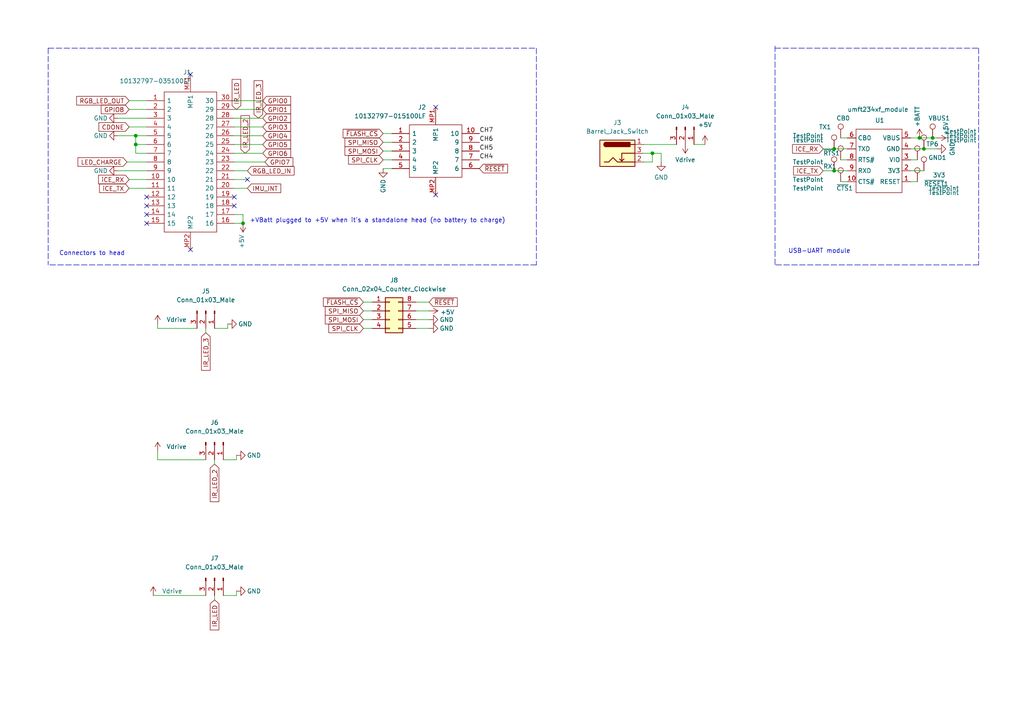
<source format=kicad_sch>
(kicad_sch (version 20211123) (generator eeschema)
  (paper "A4")
  (lib_symbols
    (symbol "10132797-015100LF:10132797-015100LF" (pin_names (offset 0.762))
      (property "Reference" "J" (at 21.59 12.7 0))
      (property "Value" "10132797-015100LF" (at 21.59 10.16 0))
      (symbol "10132797-015100LF_0_0"
        (pin passive line (at 17.78 12.7 270) (length 5.08) (name "1") (number "1"))
        (pin passive line (at 17.78 -12.7 90) (length 5.08) (name "10") (number "10"))
        (pin passive line (at 15.24 12.7 270) (length 5.08) (name "2") (number "2"))
        (pin passive line (at 12.7 12.7 270) (length 5.08) (name "3") (number "3"))
        (pin passive line (at 10.16 12.7 270) (length 5.08) (name "4") (number "4"))
        (pin passive line (at 7.62 12.7 270) (length 5.08) (name "5") (number "5"))
        (pin passive line (at 7.62 -12.7 90) (length 5.08) (name "6") (number "6"))
        (pin passive line (at 10.16 -12.7 90) (length 5.08) (name "7") (number "7"))
        (pin passive line (at 12.7 -12.7 90) (length 5.08) (name "8") (number "8"))
        (pin passive line (at 15.24 -12.7 90) (length 5.08) (name "9") (number "9"))
        (pin passive line (at 25.4 0 180) (length 5.08) (name "MP1") (number "MP1"))
        (pin passive line (at 0 0 0) (length 5.08) (name "MP2") (number "MP2"))
      )
      (symbol "10132797-015100LF_0_1"
        (polyline (pts (xy 5.08 7.62) (xy 20.32 7.62) (xy 20.32 -7.62) (xy 5.08 -7.62) (xy 5.08 7.62)) (stroke (width 0.1524)))
      )
    )
    (symbol "10132797-035100LF:10132797-035100LF" (pin_names (offset 0.762))
      (property "Reference" "J" (at 46.99 12.7 0))
      (property "Value" "10132797-035100LF" (at 46.99 10.16 0))
      (symbol "10132797-035100LF_0_0"
        (pin passive line (at 7.62 -12.7 90) (length 5.08) (name "1") (number "1"))
        (pin passive line (at 30.48 -12.7 90) (length 5.08) (name "10") (number "10"))
        (pin passive line (at 33.02 -12.7 90) (length 5.08) (name "11") (number "11"))
        (pin passive line (at 35.56 -12.7 90) (length 5.08) (name "12") (number "12"))
        (pin passive line (at 38.1 -12.7 90) (length 5.08) (name "13") (number "13"))
        (pin passive line (at 40.64 -12.7 90) (length 5.08) (name "14") (number "14"))
        (pin passive line (at 43.18 -12.7 90) (length 5.08) (name "15") (number "15"))
        (pin passive line (at 43.18 12.7 270) (length 5.08) (name "16") (number "16"))
        (pin passive line (at 40.64 12.7 270) (length 5.08) (name "17") (number "17"))
        (pin passive line (at 38.1 12.7 270) (length 5.08) (name "18") (number "18"))
        (pin passive line (at 35.56 12.7 270) (length 5.08) (name "19") (number "19"))
        (pin passive line (at 10.16 -12.7 90) (length 5.08) (name "2") (number "2"))
        (pin passive line (at 33.02 12.7 270) (length 5.08) (name "20") (number "20"))
        (pin passive line (at 30.48 12.7 270) (length 5.08) (name "21") (number "21"))
        (pin passive line (at 27.94 12.7 270) (length 5.08) (name "22") (number "22"))
        (pin passive line (at 25.4 12.7 270) (length 5.08) (name "23") (number "23"))
        (pin passive line (at 22.86 12.7 270) (length 5.08) (name "24") (number "24"))
        (pin passive line (at 20.32 12.7 270) (length 5.08) (name "25") (number "25"))
        (pin passive line (at 17.78 12.7 270) (length 5.08) (name "26") (number "26"))
        (pin passive line (at 15.24 12.7 270) (length 5.08) (name "27") (number "27"))
        (pin passive line (at 12.7 12.7 270) (length 5.08) (name "28") (number "28"))
        (pin passive line (at 10.16 12.7 270) (length 5.08) (name "29") (number "29"))
        (pin passive line (at 12.7 -12.7 90) (length 5.08) (name "3") (number "3"))
        (pin passive line (at 7.62 12.7 270) (length 5.08) (name "30") (number "30"))
        (pin passive line (at 15.24 -12.7 90) (length 5.08) (name "4") (number "4"))
        (pin passive line (at 17.78 -12.7 90) (length 5.08) (name "5") (number "5"))
        (pin passive line (at 20.32 -12.7 90) (length 5.08) (name "6") (number "6"))
        (pin passive line (at 22.86 -12.7 90) (length 5.08) (name "7") (number "7"))
        (pin passive line (at 25.4 -12.7 90) (length 5.08) (name "8") (number "8"))
        (pin passive line (at 27.94 -12.7 90) (length 5.08) (name "9") (number "9"))
        (pin passive line (at 0 0 0) (length 5.08) (name "MP1") (number "MP1"))
        (pin passive line (at 50.8 0 180) (length 5.08) (name "MP2") (number "MP2"))
      )
      (symbol "10132797-035100LF_0_1"
        (polyline (pts (xy 5.08 7.62) (xy 45.72 7.62) (xy 45.72 -7.62) (xy 5.08 -7.62) (xy 5.08 7.62)) (stroke (width 0.1524)))
      )
    )
    (symbol "Connector:Barrel_Jack_Switch" (pin_names hide)
      (property "Reference" "J" (at 0 5.334 0))
      (property "Value" "Barrel_Jack_Switch" (at 0 -5.08 0))
      (symbol "Barrel_Jack_Switch_0_1"
        (rectangle (start -5.08 3.81) (end 5.08 -3.81) (stroke (width 0.254)) (fill (type background)))
        (arc (start -3.302 3.175) (mid -3.937 2.54) (end -3.302 1.905) (stroke (width 0.254)))
        (arc (start -3.302 3.175) (mid -3.937 2.54) (end -3.302 1.905) (stroke (width 0.254)) (fill (type outline)))
        (polyline (pts (xy 1.27 -2.286) (xy 1.905 -1.651)) (stroke (width 0.254)))
        (polyline (pts (xy 5.08 2.54) (xy 3.81 2.54)) (stroke (width 0.254)))
        (polyline (pts (xy 5.08 0) (xy 1.27 0) (xy 1.27 -2.286) (xy 0.635 -1.651)) (stroke (width 0.254)))
        (polyline (pts (xy -3.81 -2.54) (xy -2.54 -2.54) (xy -1.27 -1.27) (xy 0 -2.54) (xy 2.54 -2.54) (xy 5.08 -2.54)) (stroke (width 0.254)))
        (rectangle (start 3.683 3.175) (end -3.302 1.905) (stroke (width 0.254)) (fill (type outline)))
      )
      (symbol "Barrel_Jack_Switch_1_1"
        (pin passive line (at 7.62 2.54 180) (length 2.54) (name "~") (number "1"))
        (pin passive line (at 7.62 -2.54 180) (length 2.54) (name "~") (number "2"))
        (pin passive line (at 7.62 0 180) (length 2.54) (name "~") (number "3"))
      )
    )
    (symbol "Connector:Conn_01x03_Male" (pin_names (offset 1.016) hide)
      (property "Reference" "J" (at 0 5.08 0))
      (property "Value" "Conn_01x03_Male" (at 0 -5.08 0))
      (symbol "Conn_01x03_Male_1_1"
        (polyline (pts (xy 1.27 -2.54) (xy 0.8636 -2.54)) (stroke (width 0.1524)))
        (polyline (pts (xy 1.27 0) (xy 0.8636 0)) (stroke (width 0.1524)))
        (polyline (pts (xy 1.27 2.54) (xy 0.8636 2.54)) (stroke (width 0.1524)))
        (rectangle (start 0.8636 -2.413) (end 0 -2.667) (stroke (width 0.1524)) (fill (type outline)))
        (rectangle (start 0.8636 0.127) (end 0 -0.127) (stroke (width 0.1524)) (fill (type outline)))
        (rectangle (start 0.8636 2.667) (end 0 2.413) (stroke (width 0.1524)) (fill (type outline)))
        (pin passive line (at 5.08 2.54 180) (length 3.81) (name "Pin_1") (number "1"))
        (pin passive line (at 5.08 0 180) (length 3.81) (name "Pin_2") (number "2"))
        (pin passive line (at 5.08 -2.54 180) (length 3.81) (name "Pin_3") (number "3"))
      )
    )
    (symbol "Connector:TestPoint" (pin_numbers hide) (pin_names (offset 0.762) hide)
      (property "Reference" "TP" (at 0 6.858 0))
      (property "Value" "TestPoint" (at 0 5.08 0))
      (symbol "TestPoint_0_1"
        (circle (center 0 3.302) (radius 0.762))
      )
      (symbol "TestPoint_1_1"
        (pin passive line (at 0 0 90) (length 2.54) (name "1") (number "1"))
      )
    )
    (symbol "Connector_Generic:Conn_02x04_Counter_Clockwise" (pin_names (offset 1.016) hide)
      (property "Reference" "J" (at 1.27 5.08 0))
      (property "Value" "Conn_02x04_Counter_Clockwise" (at 1.27 -7.62 0))
      (symbol "Conn_02x04_Counter_Clockwise_1_1"
        (rectangle (start -1.27 -4.953) (end 0 -5.207) (stroke (width 0.1524)))
        (rectangle (start -1.27 -2.413) (end 0 -2.667) (stroke (width 0.1524)))
        (rectangle (start -1.27 0.127) (end 0 -0.127) (stroke (width 0.1524)))
        (rectangle (start -1.27 2.667) (end 0 2.413) (stroke (width 0.1524)))
        (rectangle (start -1.27 3.81) (end 3.81 -6.35) (stroke (width 0.254)) (fill (type background)))
        (rectangle (start 3.81 -4.953) (end 2.54 -5.207) (stroke (width 0.1524)))
        (rectangle (start 3.81 -2.413) (end 2.54 -2.667) (stroke (width 0.1524)))
        (rectangle (start 3.81 0.127) (end 2.54 -0.127) (stroke (width 0.1524)))
        (rectangle (start 3.81 2.667) (end 2.54 2.413) (stroke (width 0.1524)))
        (pin passive line (at -5.08 2.54 0) (length 3.81) (name "Pin_1") (number "1"))
        (pin passive line (at -5.08 0 0) (length 3.81) (name "Pin_2") (number "2"))
        (pin passive line (at -5.08 -2.54 0) (length 3.81) (name "Pin_3") (number "3"))
        (pin passive line (at -5.08 -5.08 0) (length 3.81) (name "Pin_4") (number "4"))
        (pin passive line (at 7.62 -5.08 180) (length 3.81) (name "Pin_5") (number "5"))
        (pin passive line (at 7.62 -2.54 180) (length 3.81) (name "Pin_6") (number "6"))
        (pin passive line (at 7.62 0 180) (length 3.81) (name "Pin_7") (number "7"))
        (pin passive line (at 7.62 2.54 180) (length 3.81) (name "Pin_8") (number "8"))
      )
    )
    (symbol "UMFT234XF:umft234xf_module"
      (property "Reference" "U" (at 11.43 0.635 0))
      (property "Value" "umft234xf_module" (at 0 0 0))
      (symbol "umft234xf_module_0_1"
        (rectangle (start -9.525 6.35) (end 8.89 -6.985))
      )
      (symbol "umft234xf_module_1_1"
        (pin input line (at -6.35 -9.525 90) (length 2.54) (name "RESET") (number "1"))
        (pin output line (at -6.35 8.89 270) (length 2.54) (name "CTS#") (number "10"))
        (pin power_in line (at -3.175 -9.525 90) (length 2.54) (name "3V3") (number "2"))
        (pin power_in line (at 0 -9.525 90) (length 2.54) (name "VIO") (number "3"))
        (pin power_in line (at 3.175 -9.525 90) (length 2.54) (name "GND") (number "4"))
        (pin power_in line (at 6.35 -9.525 90) (length 2.54) (name "VBUS") (number "5"))
        (pin bidirectional line (at 6.35 8.89 270) (length 2.54) (name "CB0") (number "6"))
        (pin input line (at 3.175 8.89 270) (length 2.54) (name "TXD") (number "7"))
        (pin input line (at 0 8.89 270) (length 2.54) (name "RTS#") (number "8"))
        (pin output line (at -3.175 8.89 270) (length 2.54) (name "RXD") (number "9"))
      )
    )
    (symbol "power:+5V" (power) (pin_names (offset 0))
      (property "Value" "+5V" (at 0 3.556 0))
      (symbol "+5V_0_1"
        (polyline (pts (xy -0.762 1.27) (xy 0 2.54)))
        (polyline (pts (xy 0 0) (xy 0 2.54)))
        (polyline (pts (xy 0 2.54) (xy 0.762 1.27)))
      )
      (symbol "+5V_1_1"
        (pin power_in line (at 0 0 90) (length 0) hide (name "+5V") (number "1"))
      )
    )
    (symbol "power:+BATT" (power) (pin_names (offset 0))
      (property "Value" "power_+BATT" (at 0 3.556 0))
      (symbol "+BATT_0_1"
        (polyline (pts (xy -0.762 1.27) (xy 0 2.54)))
        (polyline (pts (xy 0 0) (xy 0 2.54)))
        (polyline (pts (xy 0 2.54) (xy 0.762 1.27)))
      )
      (symbol "+BATT_1_1"
        (pin power_in line (at 0 0 90) (length 0) hide (name "+BATT") (number "1"))
      )
    )
    (symbol "power:GND" (power) (pin_names (offset 0))
      (property "Value" "GND" (at 0 -3.81 0))
      (symbol "GND_0_1"
        (polyline (pts (xy 0 0) (xy 0 -1.27) (xy 1.27 -1.27) (xy 0 -2.54) (xy -1.27 -1.27) (xy 0 -1.27)))
      )
      (symbol "GND_1_1"
        (pin power_in line (at 0 0 270) (length 0) hide (name "GND") (number "1"))
      )
    )
    (symbol "power:Vdrive" (power) (pin_names (offset 0))
      (property "Value" "Vdrive" (at 0 3.81 0))
      (symbol "Vdrive_0_1"
        (polyline (pts (xy -0.762 1.27) (xy 0 2.54)))
        (polyline (pts (xy 0 0) (xy 0 2.54)))
        (polyline (pts (xy 0 2.54) (xy 0.762 1.27)))
      )
      (symbol "Vdrive_1_1"
        (pin power_in line (at 0 0 90) (length 0) hide (name "Vdrive") (number "1"))
      )
    )
  )
  (junction (at 189.23 44.45))
  (junction (at 39.37 41.91))
  (junction (at 266.7 40.005))
  (junction (at 241.935 49.53))
  (junction (at 270.51 40.005))
  (junction (at 39.37 39.37))
  (junction (at 70.485 64.77))
  (junction (at 267.97 43.18))
  (junction (at 241.935 43.18))
  (no_connect (at 42.545 64.77))
  (no_connect (at 67.945 59.69))
  (no_connect (at 126.365 56.515))
  (no_connect (at 42.545 57.15))
  (no_connect (at 42.545 59.69))
  (no_connect (at 55.245 72.39))
  (no_connect (at 55.245 21.59))
  (no_connect (at 42.545 62.23))
  (no_connect (at 126.365 31.115))
  (no_connect (at 71.755 52.07))
  (no_connect (at 67.945 57.15))
  (wire (pts (xy 76.2 31.75) (xy 67.945 31.75)))
  (wire (pts (xy 70.485 64.77) (xy 67.945 64.77)))
  (polyline (pts (xy 155.575 13.97) (xy 155.575 76.835)))
  (wire (pts (xy 37.465 36.83) (xy 42.545 36.83)))
  (wire (pts (xy 42.545 41.91) (xy 39.37 41.91)))
  (wire (pts (xy 76.2 39.37) (xy 67.945 39.37)))
  (wire (pts (xy 243.84 40.005) (xy 245.745 40.005)))
  (wire (pts (xy 39.37 41.91) (xy 39.37 39.37)))
  (wire (pts (xy 76.835 46.99) (xy 67.945 46.99)))
  (wire (pts (xy 76.2 36.83) (xy 67.945 36.83)))
  (wire (pts (xy 71.755 49.53) (xy 67.945 49.53)))
  (wire (pts (xy 111.125 43.815) (xy 113.665 43.815)))
  (wire (pts (xy 186.69 44.45) (xy 189.23 44.45)))
  (wire (pts (xy 45.72 93.98) (xy 45.72 95.25)))
  (wire (pts (xy 34.29 39.37) (xy 39.37 39.37)))
  (wire (pts (xy 37.465 52.07) (xy 42.545 52.07)))
  (wire (pts (xy 34.29 34.29) (xy 42.545 34.29)))
  (wire (pts (xy 62.23 133.35) (xy 62.23 134.62)))
  (polyline (pts (xy 283.845 13.97) (xy 283.845 76.835)))
  (wire (pts (xy 105.41 87.63) (xy 107.95 87.63)))
  (wire (pts (xy 264.16 49.53) (xy 267.97 49.53)))
  (wire (pts (xy 70.485 62.23) (xy 67.945 62.23)))
  (wire (pts (xy 111.125 38.735) (xy 113.665 38.735)))
  (wire (pts (xy 264.16 46.355) (xy 266.065 46.355)))
  (wire (pts (xy 243.84 52.705) (xy 245.745 52.705)))
  (wire (pts (xy 266.7 40.005) (xy 264.16 40.005)))
  (wire (pts (xy 266.7 40.005) (xy 270.51 40.005)))
  (polyline (pts (xy 155.575 76.835) (xy 13.97 76.835)))
  (wire (pts (xy 186.69 46.99) (xy 189.23 46.99)))
  (wire (pts (xy 111.125 48.895) (xy 113.665 48.895)))
  (wire (pts (xy 64.77 172.72) (xy 68.58 172.72)))
  (wire (pts (xy 45.72 130.81) (xy 45.72 133.35)))
  (polyline (pts (xy 224.79 13.97) (xy 283.845 13.97)))
  (wire (pts (xy 120.65 90.17) (xy 124.46 90.17)))
  (wire (pts (xy 111.125 41.275) (xy 113.665 41.275)))
  (wire (pts (xy 105.41 95.25) (xy 107.95 95.25)))
  (wire (pts (xy 71.755 52.07) (xy 67.945 52.07)))
  (wire (pts (xy 243.84 46.355) (xy 245.745 46.355)))
  (wire (pts (xy 68.58 133.35) (xy 68.58 132.08)))
  (wire (pts (xy 105.41 92.71) (xy 107.95 92.71)))
  (wire (pts (xy 76.2 29.21) (xy 67.945 29.21)))
  (wire (pts (xy 37.465 29.21) (xy 42.545 29.21)))
  (wire (pts (xy 71.755 54.61) (xy 67.945 54.61)))
  (wire (pts (xy 62.23 95.25) (xy 66.04 95.25)))
  (wire (pts (xy 105.41 90.17) (xy 107.95 90.17)))
  (wire (pts (xy 37.465 31.75) (xy 42.545 31.75)))
  (wire (pts (xy 70.485 62.23) (xy 70.485 64.77)))
  (wire (pts (xy 44.45 172.72) (xy 59.69 172.72)))
  (wire (pts (xy 189.23 46.99) (xy 189.23 44.45)))
  (wire (pts (xy 186.69 41.91) (xy 196.215 41.91)))
  (wire (pts (xy 191.77 44.45) (xy 191.77 46.99)))
  (wire (pts (xy 111.125 46.355) (xy 113.665 46.355)))
  (wire (pts (xy 42.545 44.45) (xy 39.37 44.45)))
  (wire (pts (xy 64.77 133.35) (xy 68.58 133.35)))
  (polyline (pts (xy 13.97 13.97) (xy 155.575 13.97)))
  (wire (pts (xy 39.37 44.45) (xy 39.37 41.91)))
  (wire (pts (xy 189.23 44.45) (xy 191.77 44.45)))
  (wire (pts (xy 120.65 87.63) (xy 124.46 87.63)))
  (wire (pts (xy 59.69 95.25) (xy 59.69 96.52)))
  (wire (pts (xy 271.78 43.18) (xy 267.97 43.18)))
  (wire (pts (xy 264.16 52.705) (xy 266.065 52.705)))
  (wire (pts (xy 76.2 44.45) (xy 67.945 44.45)))
  (polyline (pts (xy 283.845 76.835) (xy 224.79 76.835)))
  (wire (pts (xy 45.72 133.35) (xy 59.69 133.35)))
  (wire (pts (xy 270.51 40.005) (xy 271.78 40.005)))
  (wire (pts (xy 76.2 41.91) (xy 67.945 41.91)))
  (wire (pts (xy 120.65 95.25) (xy 124.46 95.25)))
  (wire (pts (xy 66.04 95.25) (xy 66.04 93.98)))
  (wire (pts (xy 238.76 49.53) (xy 241.935 49.53)))
  (wire (pts (xy 39.37 39.37) (xy 42.545 39.37)))
  (wire (pts (xy 241.935 49.53) (xy 245.745 49.53)))
  (wire (pts (xy 241.935 43.18) (xy 245.745 43.18)))
  (wire (pts (xy 45.72 95.25) (xy 57.15 95.25)))
  (wire (pts (xy 62.23 172.72) (xy 62.23 173.99)))
  (wire (pts (xy 34.29 49.53) (xy 42.545 49.53)))
  (wire (pts (xy 201.295 41.91) (xy 204.47 41.91)))
  (wire (pts (xy 120.65 92.71) (xy 124.46 92.71)))
  (polyline (pts (xy 13.97 13.97) (xy 13.97 76.835)))
  (wire (pts (xy 37.465 54.61) (xy 42.545 54.61)))
  (wire (pts (xy 36.83 46.99) (xy 42.545 46.99)))
  (wire (pts (xy 238.76 43.18) (xy 241.935 43.18)))
  (wire (pts (xy 76.2 34.29) (xy 67.945 34.29)))
  (polyline (pts (xy 224.79 13.335) (xy 224.79 76.835)))
  (wire (pts (xy 267.97 43.18) (xy 264.16 43.18)))
  (wire (pts (xy 68.58 172.72) (xy 68.58 171.45)))
  (text "Connectors to head" (at 17.145 74.295 0) (effects (font (size 1.27 1.27)) (justify left bottom)))
  (text "+VBatt plugged to +5V when it's a standalone head (no battery to charge)" (at 72.39 64.77 0) (effects (font (size 1.27 1.27)) (justify left bottom)))
  (text "USB-UART module" (at 228.6 73.66 0) (effects (font (size 1.27 1.27)) (justify left bottom)))
  (label "CH6" (at 139.065 41.275 0))
  (label "CH4" (at 139.065 46.355 0))
  (label "CH7" (at 139.065 38.735 0))
  (label "CH5" (at 139.065 43.815 0))
  (global_label "~{RESET}" (shape input) (at 139.065 48.895 0) (property "Références Inter-Feuilles" "${INTERSHEET_REFS}" (effects hide)))
  (global_label "GPIO7" (shape input) (at 76.835 46.99 0) (property "Références Inter-Feuilles" "${INTERSHEET_REFS}" (effects hide)))
  (global_label "IMU_INT" (shape input) (at 71.755 54.61 0) (property "Références Inter-Feuilles" "${INTERSHEET_REFS}" (effects hide)))
  (global_label "iCE_TX" (shape input) (at 37.465 54.61 180) (property "Références Inter-Feuilles" "${INTERSHEET_REFS}" (effects hide)))
  (global_label "SPI_MISO" (shape input) (at 111.125 41.275 180) (property "Références Inter-Feuilles" "${INTERSHEET_REFS}" (effects hide)))
  (global_label "GPIO8" (shape input) (at 37.465 31.75 180) (property "Références Inter-Feuilles" "${INTERSHEET_REFS}" (effects hide)))
  (global_label "CDONE" (shape input) (at 37.465 36.83 180) (property "Références Inter-Feuilles" "${INTERSHEET_REFS}" (effects hide)))
  (global_label "~{RESET}" (shape input) (at 124.46 87.63 0) (property "Références Inter-Feuilles" "${INTERSHEET_REFS}" (effects hide)))
  (global_label "GPIO3" (shape input) (at 76.2 36.83 0) (property "Références Inter-Feuilles" "${INTERSHEET_REFS}" (effects hide)))
  (global_label "SPI_MOSI" (shape input) (at 105.41 92.71 180) (property "Références Inter-Feuilles" "${INTERSHEET_REFS}" (effects hide)))
  (global_label "~{FLASH_CS}" (shape input) (at 105.41 87.63 180) (property "Références Inter-Feuilles" "${INTERSHEET_REFS}" (effects hide)))
  (global_label "RGB_LED_IN" (shape input) (at 71.755 49.53 0) (property "Références Inter-Feuilles" "${INTERSHEET_REFS}" (effects hide)))
  (global_label "IR_LED_2" (shape input) (at 62.23 134.62 270) (property "Références Inter-Feuilles" "${INTERSHEET_REFS}" (effects hide)))
  (global_label "iCE_TX" (shape input) (at 238.76 49.53 180) (property "Références Inter-Feuilles" "${INTERSHEET_REFS}" (effects hide)))
  (global_label "GPIO0" (shape input) (at 76.2 29.21 0) (property "Références Inter-Feuilles" "${INTERSHEET_REFS}" (effects hide)))
  (global_label "~{FLASH_CS}" (shape input) (at 111.125 38.735 180) (property "Références Inter-Feuilles" "${INTERSHEET_REFS}" (effects hide)))
  (global_label "iCE_RX" (shape input) (at 37.465 52.07 180) (property "Références Inter-Feuilles" "${INTERSHEET_REFS}" (effects hide)))
  (global_label "GPIO6" (shape input) (at 76.2 44.45 0) (property "Références Inter-Feuilles" "${INTERSHEET_REFS}" (effects hide)))
  (global_label "GPIO2" (shape input) (at 76.2 34.29 0) (property "Références Inter-Feuilles" "${INTERSHEET_REFS}" (effects hide)))
  (global_label "SPI_MOSI" (shape input) (at 111.125 43.815 180) (property "Références Inter-Feuilles" "${INTERSHEET_REFS}" (effects hide)))
  (global_label "SPI_CLK" (shape input) (at 105.41 95.25 180) (property "Références Inter-Feuilles" "${INTERSHEET_REFS}" (effects hide)))
  (global_label "GPIO4" (shape input) (at 76.2 39.37 0) (property "Références Inter-Feuilles" "${INTERSHEET_REFS}" (effects hide)))
  (global_label "SPI_MISO" (shape input) (at 105.41 90.17 180) (property "Références Inter-Feuilles" "${INTERSHEET_REFS}" (effects hide)))
  (global_label "LED_CHARGE" (shape input) (at 36.83 46.99 180) (property "Références Inter-Feuilles" "${INTERSHEET_REFS}" (effects hide)))
  (global_label "IR_LED_3" (shape input) (at 74.93 34.29 90) (property "Références Inter-Feuilles" "${INTERSHEET_REFS}" (effects hide)))
  (global_label "GPIO1" (shape input) (at 76.2 31.75 0) (property "Références Inter-Feuilles" "${INTERSHEET_REFS}" (effects hide)))
  (global_label "iCE_RX" (shape input) (at 238.76 43.18 180) (property "Références Inter-Feuilles" "${INTERSHEET_REFS}" (effects hide)))
  (global_label "IR_LED" (shape input) (at 68.58 31.75 90) (property "Références Inter-Feuilles" "${INTERSHEET_REFS}" (effects hide)))
  (global_label "RGB_LED_OUT" (shape input) (at 37.465 29.21 180) (property "Références Inter-Feuilles" "${INTERSHEET_REFS}" (effects hide)))
  (global_label "GPIO5" (shape input) (at 76.2 41.91 0) (property "Références Inter-Feuilles" "${INTERSHEET_REFS}" (effects hide)))
  (global_label "IR_LED" (shape input) (at 62.23 173.99 270) (property "Références Inter-Feuilles" "${INTERSHEET_REFS}" (effects hide)))
  (global_label "IR_LED_2" (shape input) (at 71.12 44.45 90) (property "Références Inter-Feuilles" "${INTERSHEET_REFS}" (effects hide)))
  (global_label "SPI_CLK" (shape input) (at 111.125 46.355 180) (property "Références Inter-Feuilles" "${INTERSHEET_REFS}" (effects hide)))
  (global_label "IR_LED_3" (shape input) (at 59.69 96.52 270) (property "Références Inter-Feuilles" "${INTERSHEET_REFS}" (effects hide)))
  (symbol (lib_id "power:GND") (at 124.46 92.71 90) (mirror x) (unit 1)
    (property "Reference" "#PWR0101" (effects hide))
    (property "Value" "GND" (at 129.54 92.71 90))
  )
  (symbol (lib_id "power:+5V") (at 70.485 64.77 180) (unit 1)
    (property "Reference" "#PWR04" (effects hide))
    (property "Value" "+5V" (at 70.104 68.0212 90) (effects (justify left)))
  )
  (symbol (lib_id "power:Vdrive") (at 45.72 93.98 0) (unit 1)
    (property "Reference" "#PWR013" (effects hide))
    (property "Value" "Vdrive" (at 48.26 92.7099 0) (effects (justify left)))
  )
  (symbol (lib_id "Connector:TestPoint") (at 270.51 40.005 0) (unit 1) (in_bom no)
    (property "Reference" "VBUS1" (at 269.24 34.29 0) (effects (justify left)))
    (property "Value" "TestPoint" (at 274.32 38.1 0) (effects (justify left)))
    (property "Footprint" "TestPoint:TestPoint_Pad_D1.5mm" (effects hide))
  )
  (symbol (lib_id "power:GND") (at 111.125 48.895 0) (mirror y) (unit 1)
    (property "Reference" "#PWR05" (effects hide))
    (property "Value" "GND" (at 111.125 53.975 90))
  )
  (symbol (lib_id "Connector:Barrel_Jack_Switch") (at 179.07 44.45 0) (unit 1)
    (property "Reference" "J3" (at 179.07 35.56 0))
    (property "Value" "Barrel_Jack_Switch" (at 179.07 38.1 0))
    (property "Footprint" "Footprints:Barrel Jack_SparkFun_PRT-10811" (effects hide))
  )
  (symbol (lib_id "power:+BATT") (at 266.7 40.005 0) (unit 1)
    (property "Reference" "#PWR09" (effects hide))
    (property "Value" "+BATT" (at 266.065 36.83 90) (effects (justify left)))
  )
  (symbol (lib_id "10132797-035100LF:10132797-035100LF") (at 55.245 21.59 270) (unit 1)
    (property "Reference" "J1" (at 55.4737 20.955 90) (effects (justify right)))
    (property "Value" "10132797-035100LF" (at 55.4737 23.495 90) (effects (justify right)))
    (property "Footprint" "Footprints:10132797035100LF" (effects hide))
    (property "Datasheet" "https://datasheet.datasheetarchive.com/originals/distributors/DKDS41/DSANUWW0035743.pdf" (effects hide))
    (property "Description" "Board to Board & Mezzanine Connectors 4.3mm Height,Dbl Rw 30P, Plug, Connector" (effects hide))
    (property "Height" "4.45" (effects hide))
    (property "Manufacturer_Name" "Amphenol" (effects hide))
    (property "Manufacturer_Part_Number" "10132797-035100LF" (effects hide))
    (property "Mouser Part Number" "649-10132797035100LF" (effects hide))
    (property "Mouser Price/Stock" "https://www.mouser.co.uk/ProductDetail/Amphenol-FCI/10132797-035100LF/?qs=I7Pni6MRMHEoUizypjatGQ%3D%3D" (effects hide))
    (property "Arrow Part Number" "10132797-035100LF" (effects hide))
    (property "Arrow Price/Stock" "https://www.arrow.com/en/products/10132797-035100lf/amphenol-fci?region=nac" (effects hide))
  )
  (symbol (lib_id "power:GND") (at 271.78 43.18 90) (unit 1)
    (property "Reference" "#PWR011" (effects hide))
    (property "Value" "GND" (at 276.225 43.18 0))
  )
  (symbol (lib_id "Connector:TestPoint") (at 267.97 49.53 0) (unit 1) (in_bom no)
    (property "Reference" "3V3" (at 270.51 50.8 0) (effects (justify left)))
    (property "Value" "TestPoint" (at 269.24 55.88 0) (effects (justify left)))
    (property "Footprint" "TestPoint:TestPoint_Pad_D1.5mm" (effects hide))
  )
  (symbol (lib_id "Connector:Conn_01x03_Male") (at 59.69 90.17 270) (unit 1)
    (property "Reference" "J5" (at 59.69 84.455 90))
    (property "Value" "Conn_01x03_Male" (at 59.69 86.995 90))
    (property "Footprint" "Connector_PinHeader_2.54mm:PinHeader_1x03_P2.54mm_Vertical" (effects hide))
  )
  (symbol (lib_id "power:+5V") (at 271.78 40.005 270) (unit 1)
    (property "Reference" "#PWR010" (effects hide))
    (property "Value" "+5V" (at 274.32 39.37 0) (effects (justify right)))
  )
  (symbol (lib_id "Connector:TestPoint") (at 243.84 40.005 0) (unit 1) (in_bom no)
    (property "Reference" "CB0" (at 242.57 34.29 0) (effects (justify left)))
    (property "Value" "TestPoint" (at 229.87 39.37 0) (effects (justify left)))
    (property "Footprint" "TestPoint:TestPoint_Pad_D1.5mm" (effects hide))
  )
  (symbol (lib_id "Connector:TestPoint") (at 243.84 46.355 0) (unit 1) (in_bom no)
    (property "Reference" "~{RTS}1" (at 238.76 44.45 0) (effects (justify left)))
    (property "Value" "TestPoint" (at 229.87 46.99 0) (effects (justify left)))
    (property "Footprint" "TestPoint:TestPoint_Pad_D1.5mm" (effects hide))
  )
  (symbol (lib_id "power:GND") (at 34.29 39.37 270) (mirror x) (unit 1)
    (property "Reference" "#PWR02" (effects hide))
    (property "Value" "GND" (at 29.21 39.37 90))
  )
  (symbol (lib_id "power:+5V") (at 124.46 90.17 270) (unit 1)
    (property "Reference" "#PWR015" (effects hide))
    (property "Value" "+5V" (at 127.7112 90.551 90) (effects (justify left)))
  )
  (symbol (lib_id "Connector:TestPoint") (at 267.97 43.18 0) (unit 1) (in_bom no)
    (property "Reference" "GND1" (at 269.24 45.72 0) (effects (justify left)))
    (property "Value" "TestPoint" (at 274.32 39.37 0) (effects (justify left)))
    (property "Footprint" "TestPoint:TestPoint_Pad_D1.5mm" (effects hide))
  )
  (symbol (lib_id "Connector:TestPoint") (at 266.065 52.705 0) (unit 1) (in_bom no)
    (property "Reference" "~{RESET}1" (at 267.97 53.34 0) (effects (justify left)))
    (property "Value" "TestPoint" (at 269.24 54.61 0) (effects (justify left)))
    (property "Footprint" "TestPoint:TestPoint_Pad_D1.5mm" (effects hide))
  )
  (symbol (lib_id "Connector:Conn_01x03_Male") (at 62.23 128.27 270) (unit 1)
    (property "Reference" "J6" (at 62.23 122.555 90))
    (property "Value" "Conn_01x03_Male" (at 62.23 125.095 90))
    (property "Footprint" "Connector_PinHeader_2.54mm:PinHeader_1x03_P2.54mm_Vertical" (effects hide))
  )
  (symbol (lib_id "power:GND") (at 68.58 132.08 90) (mirror x) (unit 1)
    (property "Reference" "#PWR028" (effects hide))
    (property "Value" "GND" (at 73.66 132.08 90))
  )
  (symbol (lib_id "10132797-015100LF:10132797-015100LF") (at 126.365 56.515 90) (unit 1)
    (property "Reference" "J2" (at 123.5963 31.115 90) (effects (justify left)))
    (property "Value" "10132797-015100LF" (at 123.5963 33.655 90) (effects (justify left)))
    (property "Footprint" "Footprints:10132797015100LF" (effects hide))
    (property "Datasheet" "https://cdn.amphenol-icc.com/media/wysiwyg/files/drawing/10132797.pdf" (effects hide))
    (property "Description" "Board to Board & Mezzanine Connectors 4.3mm Height,Dbl Rw 10P, Plug, Connector" (effects hide))
    (property "Height" "4.45" (effects hide))
    (property "Manufacturer_Name" "Amphenol" (effects hide))
    (property "Manufacturer_Part_Number" "10132797-015100LF" (effects hide))
    (property "Mouser Part Number" "649-10132797015100LF" (effects hide))
    (property "Mouser Price/Stock" "https://www.mouser.co.uk/ProductDetail/Amphenol-FCI/10132797-015100LF?qs=I7Pni6MRMHE1QhY8xfW1QA%3D%3D" (effects hide))
    (property "Arrow Part Number" "10132797-015100LF" (effects hide))
    (property "Arrow Price/Stock" "https://www.arrow.com/en/products/10132797-015100lf/amphenol-fci?region=nac" (effects hide))
  )
  (symbol (lib_id "Connector:TestPoint") (at 241.935 49.53 0) (unit 1) (in_bom no)
    (property "Reference" "RX1" (at 238.76 48.26 0) (effects (justify left)))
    (property "Value" "TestPoint" (at 229.87 54.61 0) (effects (justify left)))
    (property "Footprint" "TestPoint:TestPoint_Pad_D1.5mm" (effects hide))
  )
  (symbol (lib_id "Connector:TestPoint") (at 241.935 43.18 0) (unit 1) (in_bom no)
    (property "Reference" "TX1" (at 237.49 36.83 0) (effects (justify left)))
    (property "Value" "TestPoint" (at 229.87 40.64 0) (effects (justify left)))
    (property "Footprint" "TestPoint:TestPoint_Pad_D1.5mm" (effects hide))
  )
  (symbol (lib_id "power:GND") (at 34.29 34.29 270) (mirror x) (unit 1)
    (property "Reference" "#PWR01" (effects hide))
    (property "Value" "GND" (at 29.21 34.29 90))
  )
  (symbol (lib_id "power:+5V") (at 204.47 41.91 0) (unit 1)
    (property "Reference" "#PWR08" (effects hide))
    (property "Value" "+5V" (at 204.47 36.195 0))
  )
  (symbol (lib_id "UMFT234XF:umft234xf_module") (at 254.635 46.355 90) (unit 1)
    (property "Reference" "U1" (at 256.54 34.925 90) (effects (justify left)))
    (property "Value" "umft234xf_module" (at 263.525 31.75 90) (effects (justify left)))
    (property "Footprint" "Footprints:umft234xf" (effects hide))
  )
  (symbol (lib_id "power:GND") (at 191.77 46.99 0) (unit 1)
    (property "Reference" "#PWR06" (effects hide))
    (property "Value" "GND" (at 191.77 51.435 0))
  )
  (symbol (lib_id "Connector:TestPoint") (at 266.065 46.355 0) (unit 1) (in_bom no)
    (property "Reference" "TP6" (at 268.605 41.7829 0) (effects (justify left)))
    (property "Value" "TestPoint" (at 274.32 40.64 0) (effects (justify left)))
    (property "Footprint" "TestPoint:TestPoint_Pad_D1.5mm" (effects hide))
  )
  (symbol (lib_id "power:GND") (at 124.46 95.25 90) (mirror x) (unit 1)
    (property "Reference" "#PWR016" (effects hide))
    (property "Value" "GND" (at 129.54 95.25 90))
  )
  (symbol (lib_id "Connector_Generic:Conn_02x04_Counter_Clockwise") (at 113.03 90.17 0) (unit 1)
    (property "Reference" "J8" (at 114.3 81.28 0))
    (property "Value" "Conn_02x04_Counter_Clockwise" (at 114.3 83.82 0))
    (property "Footprint" "Connector_PinHeader_2.54mm:PinHeader_2x04_P2.54mm_Vertical" (effects hide))
  )
  (symbol (lib_id "power:Vdrive") (at 198.755 41.91 180) (unit 1)
    (property "Reference" "#PWR07" (effects hide))
    (property "Value" "Vdrive" (at 198.755 46.355 0))
  )
  (symbol (lib_id "power:Vdrive") (at 45.72 130.81 0) (unit 1)
    (property "Reference" "#PWR014" (effects hide))
    (property "Value" "Vdrive" (at 48.26 129.5399 0) (effects (justify left)))
  )
  (symbol (lib_id "Connector:Conn_01x03_Male") (at 198.755 36.83 270) (unit 1)
    (property "Reference" "J4" (at 198.755 31.115 90))
    (property "Value" "Conn_01x03_Male" (at 198.755 33.655 90))
    (property "Footprint" "Connector_PinHeader_2.54mm:PinHeader_1x03_P2.54mm_Vertical" (effects hide))
  )
  (symbol (lib_id "Connector:TestPoint") (at 243.84 52.705 0) (unit 1) (in_bom no)
    (property "Reference" "~{CTS}1" (at 242.57 54.61 0) (effects (justify left)))
    (property "Value" "TestPoint" (at 229.87 52.07 0) (effects (justify left)))
    (property "Footprint" "TestPoint:TestPoint_Pad_D1.5mm" (effects hide))
  )
  (symbol (lib_id "power:GND") (at 66.04 93.98 90) (mirror x) (unit 1)
    (property "Reference" "#PWR027" (effects hide))
    (property "Value" "GND" (at 71.12 93.98 90))
  )
  (symbol (lib_id "power:GND") (at 34.29 49.53 270) (mirror x) (unit 1)
    (property "Reference" "#PWR03" (effects hide))
    (property "Value" "GND" (at 29.21 49.53 90))
  )
  (symbol (lib_id "power:GND") (at 68.58 171.45 90) (mirror x) (unit 1)
    (property "Reference" "#PWR029" (effects hide))
    (property "Value" "GND" (at 73.66 171.45 90))
  )
  (symbol (lib_id "Connector:Conn_01x03_Male") (at 62.23 167.64 270) (unit 1)
    (property "Reference" "J7" (at 62.23 161.925 90))
    (property "Value" "Conn_01x03_Male" (at 62.23 164.465 90))
    (property "Footprint" "Connector_PinHeader_2.54mm:PinHeader_1x03_P2.54mm_Vertical" (effects hide))
  )
  (symbol (lib_id "power:Vdrive") (at 44.45 172.72 0) (unit 1)
    (property "Reference" "#PWR012" (effects hide))
    (property "Value" "Vdrive" (at 46.99 171.4499 0) (effects (justify left)))
  )
)
</source>
